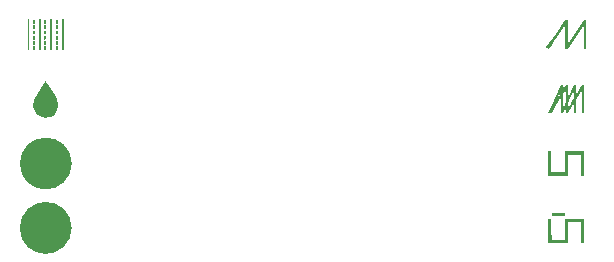
<source format=gbr>
G04 #@! TF.GenerationSoftware,KiCad,Pcbnew,(6.0.1-0)*
G04 #@! TF.CreationDate,2022-04-07T21:36:06+00:00*
G04 #@! TF.ProjectId,frontpanel(1),66726f6e-7470-4616-9e65-6c2831292e6b,rev?*
G04 #@! TF.SameCoordinates,Original*
G04 #@! TF.FileFunction,Soldermask,Top*
G04 #@! TF.FilePolarity,Negative*
%FSLAX46Y46*%
G04 Gerber Fmt 4.6, Leading zero omitted, Abs format (unit mm)*
G04 Created by KiCad (PCBNEW (6.0.1-0)) date 2022-04-07 21:36:06*
%MOMM*%
%LPD*%
G01*
G04 APERTURE LIST*
%ADD10C,2.200000*%
G04 APERTURE END LIST*
D10*
X115949166Y-45608700D02*
G75*
G03*
X115949166Y-45608700I-1100000J0D01*
G01*
X115949166Y-51058700D02*
G75*
G03*
X115949166Y-51058700I-1100000J0D01*
G01*
G04 #@! TO.C,G\u002A\u002A\u002A*
G36*
X114429923Y-36008008D02*
G01*
X114254077Y-36008008D01*
X114254077Y-33409393D01*
X114429923Y-33409393D01*
X114429923Y-36008008D01*
G37*
G36*
X114898846Y-35539085D02*
G01*
X114742538Y-35539085D01*
X114742538Y-35226469D01*
X114898846Y-35226469D01*
X114898846Y-35539085D01*
G37*
G36*
X114815807Y-34780790D02*
G01*
X114889077Y-34786854D01*
X114889077Y-35099469D01*
X114815807Y-35105533D01*
X114742538Y-35111598D01*
X114742538Y-34774726D01*
X114815807Y-34780790D01*
G37*
G36*
X113941461Y-35539085D02*
G01*
X113785154Y-35539085D01*
X113785154Y-35226469D01*
X113941461Y-35226469D01*
X113941461Y-35539085D01*
G37*
G36*
X114815807Y-34350944D02*
G01*
X114889077Y-34357008D01*
X114889077Y-34669623D01*
X114815807Y-34675687D01*
X114742538Y-34681751D01*
X114742538Y-34344880D01*
X114815807Y-34350944D01*
G37*
G36*
X115914846Y-33800162D02*
G01*
X115758538Y-33800162D01*
X115758538Y-33487546D01*
X115914846Y-33487546D01*
X115914846Y-33800162D01*
G37*
G36*
X113941461Y-35109239D02*
G01*
X113783573Y-35109239D01*
X113789248Y-34948046D01*
X113794923Y-34786854D01*
X113941461Y-34774726D01*
X113941461Y-35109239D01*
G37*
G36*
X115914846Y-35968931D02*
G01*
X115758538Y-35968931D01*
X115758538Y-35656316D01*
X115914846Y-35656316D01*
X115914846Y-35968931D01*
G37*
G36*
X115914846Y-34230008D02*
G01*
X115758538Y-34230008D01*
X115758538Y-33917393D01*
X115914846Y-33917393D01*
X115914846Y-34230008D01*
G37*
G36*
X116383769Y-36008008D02*
G01*
X116227461Y-36008008D01*
X116227461Y-33409393D01*
X116383769Y-33409393D01*
X116383769Y-36008008D01*
G37*
G36*
X114898846Y-33800162D02*
G01*
X114742538Y-33800162D01*
X114742538Y-33487546D01*
X114898846Y-33487546D01*
X114898846Y-33800162D01*
G37*
G36*
X115367769Y-36008008D02*
G01*
X115211461Y-36008008D01*
X115211461Y-33409393D01*
X115367769Y-33409393D01*
X115367769Y-36008008D01*
G37*
G36*
X114898846Y-34230008D02*
G01*
X114742538Y-34230008D01*
X114742538Y-33917393D01*
X114898846Y-33917393D01*
X114898846Y-34230008D01*
G37*
G36*
X113941461Y-34230008D02*
G01*
X113785154Y-34230008D01*
X113785154Y-33917393D01*
X113941461Y-33917393D01*
X113941461Y-34230008D01*
G37*
G36*
X113941461Y-33800162D02*
G01*
X113785154Y-33800162D01*
X113785154Y-33487546D01*
X113941461Y-33487546D01*
X113941461Y-33800162D01*
G37*
G36*
X113941461Y-34679393D02*
G01*
X113876333Y-34679393D01*
X113828055Y-34675818D01*
X113799062Y-34667136D01*
X113798179Y-34666367D01*
X113792020Y-34641899D01*
X113787433Y-34588795D01*
X113785235Y-34517488D01*
X113785154Y-34500290D01*
X113785154Y-34347239D01*
X113941461Y-34347239D01*
X113941461Y-34679393D01*
G37*
G36*
X114898846Y-35968931D02*
G01*
X114742538Y-35968931D01*
X114742538Y-35656316D01*
X114898846Y-35656316D01*
X114898846Y-35968931D01*
G37*
G36*
X115910751Y-34508431D02*
G01*
X115905077Y-34669623D01*
X115831807Y-34675687D01*
X115758538Y-34681751D01*
X115758538Y-34347239D01*
X115916426Y-34347239D01*
X115910751Y-34508431D01*
G37*
G36*
X115831807Y-34780790D02*
G01*
X115905077Y-34786854D01*
X115910751Y-34948046D01*
X115916426Y-35109239D01*
X115758538Y-35109239D01*
X115758538Y-34774726D01*
X115831807Y-34780790D01*
G37*
G36*
X113941461Y-35968931D02*
G01*
X113785154Y-35968931D01*
X113785154Y-35656316D01*
X113941461Y-35656316D01*
X113941461Y-35968931D01*
G37*
G36*
X115914846Y-35539085D02*
G01*
X115758538Y-35539085D01*
X115758538Y-35226469D01*
X115914846Y-35226469D01*
X115914846Y-35539085D01*
G37*
G36*
X113472538Y-36008008D02*
G01*
X113316231Y-36008008D01*
X113316231Y-33409393D01*
X113472538Y-33409393D01*
X113472538Y-36008008D01*
G37*
G36*
X158807233Y-50053284D02*
G01*
X157706566Y-50053284D01*
X157706566Y-49799284D01*
X158807233Y-49799284D01*
X158807233Y-50053284D01*
G37*
G36*
X160458233Y-52318117D02*
G01*
X160204697Y-52318117D01*
X160199173Y-51434409D01*
X160193649Y-50550700D01*
X159627441Y-50545063D01*
X159061233Y-50539425D01*
X159061233Y-52318117D01*
X157410233Y-52318117D01*
X157410233Y-50286117D01*
X157663768Y-50286117D01*
X157669292Y-51169825D01*
X157674816Y-52053534D01*
X158796649Y-52053534D01*
X158802166Y-51164534D01*
X158807684Y-50275534D01*
X160458233Y-50275534D01*
X160458233Y-52318117D01*
G37*
G36*
X160628066Y-35881500D02*
G01*
X160416810Y-35881500D01*
X160405816Y-33875610D01*
X159719544Y-34878555D01*
X159033271Y-35881500D01*
X158829310Y-35881500D01*
X158823813Y-34873844D01*
X158818316Y-33866189D01*
X158130400Y-34873517D01*
X158004477Y-35057635D01*
X157885639Y-35230869D01*
X157776025Y-35390134D01*
X157677777Y-35532345D01*
X157593034Y-35654417D01*
X157523939Y-35753263D01*
X157472631Y-35825799D01*
X157441251Y-35868939D01*
X157431900Y-35880216D01*
X157408524Y-35870850D01*
X157361016Y-35847749D01*
X157330858Y-35832233D01*
X157240401Y-35784879D01*
X158029358Y-34627784D01*
X158818316Y-33470689D01*
X158929234Y-33469594D01*
X159040152Y-33468500D01*
X159045651Y-34468624D01*
X159051150Y-35468750D01*
X159735001Y-34468624D01*
X160418853Y-33468500D01*
X160628066Y-33468500D01*
X160628066Y-35881500D01*
G37*
G36*
X157859450Y-40300041D02*
G01*
X157953509Y-40099405D01*
X158491494Y-38953478D01*
X158631020Y-38953478D01*
X158637106Y-39149269D01*
X158643192Y-39345061D01*
X158758691Y-39149269D01*
X158874190Y-38953478D01*
X159055239Y-38953478D01*
X159060882Y-39507054D01*
X159066525Y-40060631D01*
X159578571Y-38964061D01*
X159655923Y-38957491D01*
X159733275Y-38950923D01*
X159733553Y-39401991D01*
X159733831Y-39853061D01*
X160000297Y-39403269D01*
X160266763Y-38953478D01*
X160452942Y-38953478D01*
X160452942Y-41366478D01*
X160262856Y-41366478D01*
X160257357Y-40366868D01*
X160251858Y-39367259D01*
X159992567Y-39805227D01*
X159733275Y-40243196D01*
X159733275Y-41366478D01*
X159585108Y-41366478D01*
X159584865Y-40927269D01*
X159584622Y-40488061D01*
X159325574Y-40926130D01*
X159066525Y-41364200D01*
X158977238Y-41365339D01*
X158887952Y-41366478D01*
X158881988Y-41117769D01*
X158876025Y-40869061D01*
X158755560Y-41117769D01*
X158706230Y-41218962D01*
X158670546Y-41288138D01*
X158643715Y-41331386D01*
X158620944Y-41354796D01*
X158597437Y-41364458D01*
X158568402Y-41366460D01*
X158559768Y-41366478D01*
X158484442Y-41366478D01*
X158484398Y-40001228D01*
X158079000Y-40678561D01*
X157987299Y-40831721D01*
X157902581Y-40973116D01*
X157827268Y-41098712D01*
X157763782Y-41204472D01*
X157714548Y-41286360D01*
X157681987Y-41340341D01*
X157668522Y-41362378D01*
X157668333Y-41362652D01*
X157648866Y-41358134D01*
X157618024Y-41341486D01*
X157579889Y-41324814D01*
X157558098Y-41337514D01*
X157557014Y-41339195D01*
X157535597Y-41350777D01*
X157496143Y-41334831D01*
X157478285Y-41323659D01*
X157436495Y-41291498D01*
X157415960Y-41266381D01*
X157415525Y-41263911D01*
X157424286Y-41241911D01*
X157449527Y-41185001D01*
X157489683Y-41096568D01*
X157543190Y-40979996D01*
X157608485Y-40838672D01*
X157684003Y-40675981D01*
X157768179Y-40495309D01*
X157781461Y-40466894D01*
X157955275Y-40466894D01*
X157965858Y-40477478D01*
X157976442Y-40466894D01*
X157965858Y-40456311D01*
X157955275Y-40466894D01*
X157781461Y-40466894D01*
X157801633Y-40423737D01*
X157992772Y-40423737D01*
X157993616Y-40424434D01*
X158009689Y-40400716D01*
X158043938Y-40346208D01*
X158092924Y-40266519D01*
X158153206Y-40167260D01*
X158221348Y-40054040D01*
X158248548Y-40008588D01*
X158325998Y-39878579D01*
X158384302Y-39778881D01*
X158397312Y-39755458D01*
X158632608Y-39755458D01*
X158633490Y-40365176D01*
X158634371Y-40974894D01*
X158739502Y-40754501D01*
X158755373Y-40720312D01*
X159056153Y-40720312D01*
X159056626Y-40826583D01*
X159058728Y-40895872D01*
X159063167Y-40933520D01*
X159070649Y-40944871D01*
X159081882Y-40935264D01*
X159084183Y-40931979D01*
X159103134Y-40901926D01*
X159140152Y-40841504D01*
X159191611Y-40756695D01*
X159253885Y-40653484D01*
X159323348Y-40537853D01*
X159348767Y-40495421D01*
X159585108Y-40100614D01*
X159584897Y-39722838D01*
X159584685Y-39345061D01*
X159320525Y-39905978D01*
X159056365Y-40466894D01*
X159056153Y-40720312D01*
X158755373Y-40720312D01*
X158784173Y-40658269D01*
X158823744Y-40568312D01*
X158853362Y-40495937D01*
X158866668Y-40458168D01*
X158873678Y-40410654D01*
X158878898Y-40325321D01*
X158882210Y-40206646D01*
X158883495Y-40059110D01*
X158882635Y-39887192D01*
X158882364Y-39863644D01*
X158876025Y-39345061D01*
X158754317Y-39550259D01*
X158632608Y-39755458D01*
X158397312Y-39755458D01*
X158426152Y-39703536D01*
X158454239Y-39646588D01*
X158471255Y-39602081D01*
X158479891Y-39564058D01*
X158482838Y-39526562D01*
X158482873Y-39490004D01*
X158481305Y-39366228D01*
X158421819Y-39493228D01*
X158394586Y-39551306D01*
X158353122Y-39639660D01*
X158301198Y-39750252D01*
X158242589Y-39875046D01*
X158181069Y-40006004D01*
X158168455Y-40032851D01*
X158112749Y-40152260D01*
X158065031Y-40256195D01*
X158027598Y-40339514D01*
X158002747Y-40397076D01*
X157992772Y-40423737D01*
X157801633Y-40423737D01*
X157859450Y-40300041D01*
G37*
G36*
X114868799Y-38619673D02*
G01*
X114910776Y-38676972D01*
X114970882Y-38764446D01*
X115044904Y-38875530D01*
X115128628Y-39003658D01*
X115217840Y-39142264D01*
X115308327Y-39284784D01*
X115395876Y-39424652D01*
X115476272Y-39555303D01*
X115545302Y-39670170D01*
X115598752Y-39762690D01*
X115615333Y-39792915D01*
X115700505Y-39961978D01*
X115777251Y-40133568D01*
X115841978Y-40297997D01*
X115891090Y-40445580D01*
X115920991Y-40566630D01*
X115928666Y-40637012D01*
X115905114Y-40861140D01*
X115838029Y-41068282D01*
X115732762Y-41254221D01*
X115594668Y-41414741D01*
X115429099Y-41545624D01*
X115241409Y-41642654D01*
X115036951Y-41701613D01*
X114821077Y-41718285D01*
X114599141Y-41688453D01*
X114595166Y-41687474D01*
X114380242Y-41609270D01*
X114190354Y-41490716D01*
X114030135Y-41337706D01*
X113904216Y-41156134D01*
X113817228Y-40951895D01*
X113773802Y-40730881D01*
X113769666Y-40637012D01*
X113781887Y-40543707D01*
X113816153Y-40416233D01*
X113868869Y-40264277D01*
X113936440Y-40097525D01*
X114015270Y-39925662D01*
X114082998Y-39792915D01*
X114128762Y-39711573D01*
X114191851Y-39605165D01*
X114268051Y-39480254D01*
X114353148Y-39343407D01*
X114442930Y-39201189D01*
X114533181Y-39060165D01*
X114619689Y-38926901D01*
X114698240Y-38807962D01*
X114764620Y-38709914D01*
X114814617Y-38639322D01*
X114844015Y-38602751D01*
X114849166Y-38599115D01*
X114868799Y-38619673D01*
G37*
G36*
X157664233Y-46360117D02*
G01*
X158786066Y-46360117D01*
X158786066Y-44582117D01*
X160458233Y-44582117D01*
X160458233Y-46635283D01*
X160204233Y-46635283D01*
X160204233Y-44857283D01*
X159061233Y-44857283D01*
X159061233Y-46635283D01*
X157410233Y-46635283D01*
X157410233Y-44582117D01*
X157664233Y-44582117D01*
X157664233Y-46360117D01*
G37*
G04 #@! TD*
M02*

</source>
